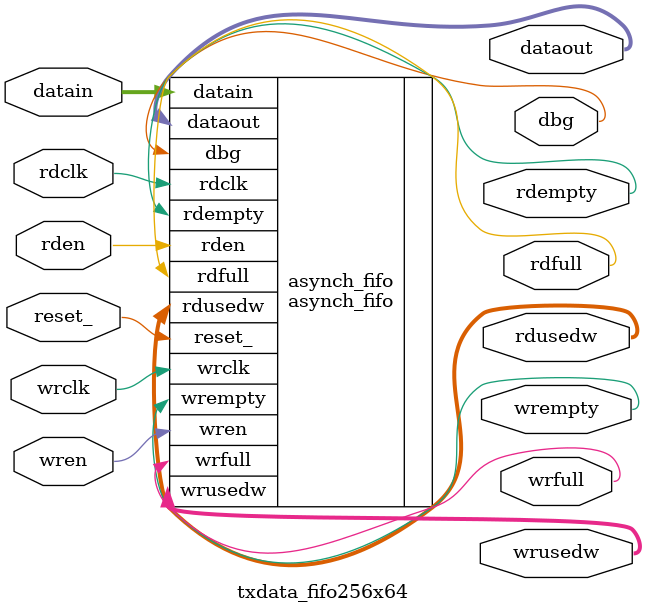
<source format=v>

`timescale 1ns / 1ps
module txdata_fifo256x64 # (parameter WIDTH = 64,   // considering 8X8 fifo
								DEPTH = 256,
								PTR	= 8 )          	// 2**8 = 256 (DEPTH)
		  (
			input  wire 				reset_,
			
			//=== Signals for WRITE			
			input  wire 				wrclk,      // Clk for writing data                              
			input  wire 				wren,       // request to write                                     
			input  wire [WIDTH-1 : 0]	datain,     // Data coming in                                 
			output wire					wrfull,     // indicates fifo is full or not (To avoid overiding)
			output wire 			 	wrempty,    // 0- some data is present (atleast 1 data is present)                                            
			output wire	[PTR  : 0]		wrusedw,    // number of slots currently in use for writing                                                                                                         
                                                	
			//=== Signals for READ			   
			input  wire 				rdclk,      // Clk for reading data                                
			input  wire 				rden,       // Request to read from FIFO                           
			output wire [WIDTH-1 : 0]	dataout,    // Data coming out                                     
			output wire 				rdfull,     // 1-FIFO IS FULL (DATA AVAILABLE FOR READ is == DEPTH) 
			output wire 				rdempty,    // indicates fifo is empty or not (to avoid underflow)  
			output wire [PTR  : 0] 		rdusedw,    // number of slots currently in use for reading
			
			//=== Signals for TEST
			output wire 				dbg
);
						
asynch_fifo # ( .WIDTH(WIDTH),         				// considering 8X8 fifo
					.DEPTH(DEPTH),
					.PTR(PTR) )          			// 2**8 = 256 (DEPTH)

	asynch_fifo		  (
			.reset_		(reset_),
			
			//=== Signals for WRITE			
			.wrclk		(wrclk),      				// Clk for writing data                              
			.wren		(wren),       				// request to write                                     
			.datain		(datain),     				// Data coming in                                 
			.wrfull		(wrfull),     				// indicates fifo is full or not (To avoid overiding)
			.wrempty	(wrempty),    				// 0- some data is present (atleast 1 data is present)                                            
			.wrusedw	(wrusedw),    				// number of slots currently in use for writing                      
			                                    	
			//=== Signals for READ			    	        
			.rdclk		(rdclk),     	 			// Clk for reading data                                
			.rden		(rden),       				// Request to read from FIFO                           
			.dataout	(dataout),   				// Data coming out                                     
			.rdfull		(rdfull),     				// 1-FIFO IS FULL (DATA AVAILABLE FOR READ is == DEPTH) 
			.rdempty	(rdempty),    				// indicates fifo is empty or not (to avoid underflow)  
			.rdusedw	(rdusedw),    				// number of slots currently in use for reading
			
			//=== Signals for TEST
			.dbg		(dbg)
);			
									
endmodule
</source>
